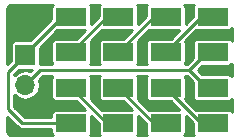
<source format=gtl>
G04 #@! TF.FileFunction,Copper,L1,Top,Signal*
%FSLAX46Y46*%
G04 Gerber Fmt 4.6, Leading zero omitted, Abs format (unit mm)*
G04 Created by KiCad (PCBNEW 4.0.6) date 07/26/17 22:27:42*
%MOMM*%
%LPD*%
G01*
G04 APERTURE LIST*
%ADD10C,0.100000*%
%ADD11R,2.600000X1.500000*%
%ADD12R,1.700000X1.700000*%
%ADD13O,1.700000X1.700000*%
%ADD14C,0.254000*%
G04 APERTURE END LIST*
D10*
D11*
X105900000Y-92500000D03*
X105900000Y-89500000D03*
X109900000Y-92500000D03*
X109900000Y-89500000D03*
X113900000Y-92500000D03*
X113900000Y-89500000D03*
X117900000Y-92500000D03*
X117900000Y-89500000D03*
X105900000Y-95500000D03*
X105900000Y-98500000D03*
X109900000Y-95500000D03*
X109900000Y-98500000D03*
X113900000Y-95500000D03*
X113900000Y-98500000D03*
X117900000Y-95500000D03*
X117900000Y-98500000D03*
D12*
X102000000Y-92730000D03*
D13*
X102000000Y-95270000D03*
D14*
X105900000Y-92500000D02*
X108900000Y-89500000D01*
X108900000Y-89500000D02*
X109900000Y-89500000D01*
X105900000Y-98500000D02*
X101740000Y-98500000D01*
X100560000Y-94170000D02*
X100560000Y-97320000D01*
X100560000Y-97320000D02*
X101740000Y-98500000D01*
X100560000Y-94170000D02*
X102000000Y-92730000D01*
X101900000Y-92730000D02*
X105130000Y-89500000D01*
X105130000Y-89500000D02*
X105900000Y-89500000D01*
X109900000Y-92500000D02*
X112900000Y-89500000D01*
X112900000Y-89500000D02*
X113900000Y-89500000D01*
X113900000Y-92500000D02*
X116900000Y-89500000D01*
X116900000Y-89500000D02*
X117900000Y-89500000D01*
X105900000Y-95500000D02*
X108900000Y-98500000D01*
X108900000Y-98500000D02*
X109900000Y-98500000D01*
X109900000Y-95500000D02*
X112900000Y-98500000D01*
X112900000Y-98500000D02*
X113900000Y-98500000D01*
X115900000Y-94000000D02*
X103270000Y-94000000D01*
X103270000Y-94000000D02*
X102000000Y-95270000D01*
X117400000Y-95500000D02*
X115900000Y-94000000D01*
X115900000Y-94000000D02*
X117400000Y-92500000D01*
X117400000Y-95500000D02*
X117900000Y-95500000D01*
X117900000Y-92500000D02*
X117400000Y-92500000D01*
X113900000Y-95500000D02*
X116900000Y-98500000D01*
X116900000Y-98500000D02*
X117900000Y-98500000D01*
G36*
X108211536Y-98529956D02*
X108211536Y-99250000D01*
X108238103Y-99391190D01*
X108320346Y-99519000D01*
X107477325Y-99519000D01*
X107557859Y-99401134D01*
X107588464Y-99250000D01*
X107588464Y-97906884D01*
X108211536Y-98529956D01*
X108211536Y-98529956D01*
G37*
X108211536Y-98529956D02*
X108211536Y-99250000D01*
X108238103Y-99391190D01*
X108320346Y-99519000D01*
X107477325Y-99519000D01*
X107557859Y-99401134D01*
X107588464Y-99250000D01*
X107588464Y-97906884D01*
X108211536Y-98529956D01*
G36*
X112211536Y-98529956D02*
X112211536Y-99250000D01*
X112238103Y-99391190D01*
X112320346Y-99519000D01*
X111477325Y-99519000D01*
X111557859Y-99401134D01*
X111588464Y-99250000D01*
X111588464Y-97906884D01*
X112211536Y-98529956D01*
X112211536Y-98529956D01*
G37*
X112211536Y-98529956D02*
X112211536Y-99250000D01*
X112238103Y-99391190D01*
X112320346Y-99519000D01*
X111477325Y-99519000D01*
X111557859Y-99401134D01*
X111588464Y-99250000D01*
X111588464Y-97906884D01*
X112211536Y-98529956D01*
G36*
X116211536Y-98529956D02*
X116211536Y-99250000D01*
X116238103Y-99391190D01*
X116320346Y-99519000D01*
X115477325Y-99519000D01*
X115557859Y-99401134D01*
X115588464Y-99250000D01*
X115588464Y-97906884D01*
X116211536Y-98529956D01*
X116211536Y-98529956D01*
G37*
X116211536Y-98529956D02*
X116211536Y-99250000D01*
X116238103Y-99391190D01*
X116320346Y-99519000D01*
X115477325Y-99519000D01*
X115557859Y-99401134D01*
X115588464Y-99250000D01*
X115588464Y-97906884D01*
X116211536Y-98529956D01*
G36*
X101380790Y-98859210D02*
X101545597Y-98969331D01*
X101740000Y-99008000D01*
X104211536Y-99008000D01*
X104211536Y-99250000D01*
X104238103Y-99391190D01*
X104320346Y-99519000D01*
X100847375Y-99519000D01*
X100681530Y-99486012D01*
X100581097Y-99418904D01*
X100513988Y-99318469D01*
X100481000Y-99152625D01*
X100481000Y-97959420D01*
X101380790Y-98859210D01*
X101380790Y-98859210D01*
G37*
X101380790Y-98859210D02*
X101545597Y-98969331D01*
X101740000Y-99008000D01*
X104211536Y-99008000D01*
X104211536Y-99250000D01*
X104238103Y-99391190D01*
X104320346Y-99519000D01*
X100847375Y-99519000D01*
X100681530Y-99486012D01*
X100581097Y-99418904D01*
X100513988Y-99318469D01*
X100481000Y-99152625D01*
X100481000Y-97959420D01*
X101380790Y-98859210D01*
G36*
X104242141Y-94598866D02*
X104211536Y-94750000D01*
X104211536Y-96250000D01*
X104238103Y-96391190D01*
X104321546Y-96520865D01*
X104448866Y-96607859D01*
X104600000Y-96638464D01*
X106320044Y-96638464D01*
X107043116Y-97361536D01*
X104600000Y-97361536D01*
X104458810Y-97388103D01*
X104329135Y-97471546D01*
X104242141Y-97598866D01*
X104211536Y-97750000D01*
X104211536Y-97992000D01*
X101950420Y-97992000D01*
X101068000Y-97109580D01*
X101068000Y-96084423D01*
X101105435Y-96140448D01*
X101504800Y-96407296D01*
X101975883Y-96501000D01*
X102024117Y-96501000D01*
X102495200Y-96407296D01*
X102894565Y-96140448D01*
X103161413Y-95741083D01*
X103255117Y-95270000D01*
X103166073Y-94822347D01*
X103480420Y-94508000D01*
X104304227Y-94508000D01*
X104242141Y-94598866D01*
X104242141Y-94598866D01*
G37*
X104242141Y-94598866D02*
X104211536Y-94750000D01*
X104211536Y-96250000D01*
X104238103Y-96391190D01*
X104321546Y-96520865D01*
X104448866Y-96607859D01*
X104600000Y-96638464D01*
X106320044Y-96638464D01*
X107043116Y-97361536D01*
X104600000Y-97361536D01*
X104458810Y-97388103D01*
X104329135Y-97471546D01*
X104242141Y-97598866D01*
X104211536Y-97750000D01*
X104211536Y-97992000D01*
X101950420Y-97992000D01*
X101068000Y-97109580D01*
X101068000Y-96084423D01*
X101105435Y-96140448D01*
X101504800Y-96407296D01*
X101975883Y-96501000D01*
X102024117Y-96501000D01*
X102495200Y-96407296D01*
X102894565Y-96140448D01*
X103161413Y-95741083D01*
X103255117Y-95270000D01*
X103166073Y-94822347D01*
X103480420Y-94508000D01*
X104304227Y-94508000D01*
X104242141Y-94598866D01*
G36*
X116211536Y-95029956D02*
X116211536Y-96250000D01*
X116238103Y-96391190D01*
X116321546Y-96520865D01*
X116448866Y-96607859D01*
X116600000Y-96638464D01*
X119200000Y-96638464D01*
X119341190Y-96611897D01*
X119470865Y-96528454D01*
X119519000Y-96458006D01*
X119519000Y-97542146D01*
X119478454Y-97479135D01*
X119351134Y-97392141D01*
X119200000Y-97361536D01*
X116600000Y-97361536D01*
X116498967Y-97380547D01*
X115542310Y-96423890D01*
X115557859Y-96401134D01*
X115588464Y-96250000D01*
X115588464Y-94750000D01*
X115561897Y-94608810D01*
X115497028Y-94508000D01*
X115689580Y-94508000D01*
X116211536Y-95029956D01*
X116211536Y-95029956D01*
G37*
X116211536Y-95029956D02*
X116211536Y-96250000D01*
X116238103Y-96391190D01*
X116321546Y-96520865D01*
X116448866Y-96607859D01*
X116600000Y-96638464D01*
X119200000Y-96638464D01*
X119341190Y-96611897D01*
X119470865Y-96528454D01*
X119519000Y-96458006D01*
X119519000Y-97542146D01*
X119478454Y-97479135D01*
X119351134Y-97392141D01*
X119200000Y-97361536D01*
X116600000Y-97361536D01*
X116498967Y-97380547D01*
X115542310Y-96423890D01*
X115557859Y-96401134D01*
X115588464Y-96250000D01*
X115588464Y-94750000D01*
X115561897Y-94608810D01*
X115497028Y-94508000D01*
X115689580Y-94508000D01*
X116211536Y-95029956D01*
G36*
X108242141Y-94598866D02*
X108211536Y-94750000D01*
X108211536Y-96250000D01*
X108238103Y-96391190D01*
X108321546Y-96520865D01*
X108448866Y-96607859D01*
X108600000Y-96638464D01*
X110320044Y-96638464D01*
X111043116Y-97361536D01*
X108600000Y-97361536D01*
X108498967Y-97380547D01*
X107542310Y-96423890D01*
X107557859Y-96401134D01*
X107588464Y-96250000D01*
X107588464Y-94750000D01*
X107561897Y-94608810D01*
X107497028Y-94508000D01*
X108304227Y-94508000D01*
X108242141Y-94598866D01*
X108242141Y-94598866D01*
G37*
X108242141Y-94598866D02*
X108211536Y-94750000D01*
X108211536Y-96250000D01*
X108238103Y-96391190D01*
X108321546Y-96520865D01*
X108448866Y-96607859D01*
X108600000Y-96638464D01*
X110320044Y-96638464D01*
X111043116Y-97361536D01*
X108600000Y-97361536D01*
X108498967Y-97380547D01*
X107542310Y-96423890D01*
X107557859Y-96401134D01*
X107588464Y-96250000D01*
X107588464Y-94750000D01*
X107561897Y-94608810D01*
X107497028Y-94508000D01*
X108304227Y-94508000D01*
X108242141Y-94598866D01*
G36*
X112242141Y-94598866D02*
X112211536Y-94750000D01*
X112211536Y-96250000D01*
X112238103Y-96391190D01*
X112321546Y-96520865D01*
X112448866Y-96607859D01*
X112600000Y-96638464D01*
X114320044Y-96638464D01*
X115043116Y-97361536D01*
X112600000Y-97361536D01*
X112498967Y-97380547D01*
X111542310Y-96423890D01*
X111557859Y-96401134D01*
X111588464Y-96250000D01*
X111588464Y-94750000D01*
X111561897Y-94608810D01*
X111497028Y-94508000D01*
X112304227Y-94508000D01*
X112242141Y-94598866D01*
X112242141Y-94598866D01*
G37*
X112242141Y-94598866D02*
X112211536Y-94750000D01*
X112211536Y-96250000D01*
X112238103Y-96391190D01*
X112321546Y-96520865D01*
X112448866Y-96607859D01*
X112600000Y-96638464D01*
X114320044Y-96638464D01*
X115043116Y-97361536D01*
X112600000Y-97361536D01*
X112498967Y-97380547D01*
X111542310Y-96423890D01*
X111557859Y-96401134D01*
X111588464Y-96250000D01*
X111588464Y-94750000D01*
X111561897Y-94608810D01*
X111497028Y-94508000D01*
X112304227Y-94508000D01*
X112242141Y-94598866D01*
G36*
X119519000Y-94542146D02*
X119478454Y-94479135D01*
X119351134Y-94392141D01*
X119200000Y-94361536D01*
X116979956Y-94361536D01*
X116618420Y-94000000D01*
X116979956Y-93638464D01*
X119200000Y-93638464D01*
X119341190Y-93611897D01*
X119470865Y-93528454D01*
X119519000Y-93458006D01*
X119519000Y-94542146D01*
X119519000Y-94542146D01*
G37*
X119519000Y-94542146D02*
X119478454Y-94479135D01*
X119351134Y-94392141D01*
X119200000Y-94361536D01*
X116979956Y-94361536D01*
X116618420Y-94000000D01*
X116979956Y-93638464D01*
X119200000Y-93638464D01*
X119341190Y-93611897D01*
X119470865Y-93528454D01*
X119519000Y-93458006D01*
X119519000Y-94542146D01*
G36*
X102431539Y-94120041D02*
X102024117Y-94039000D01*
X101975883Y-94039000D01*
X101504800Y-94132704D01*
X101105435Y-94399552D01*
X101068000Y-94455577D01*
X101068000Y-94380420D01*
X101479956Y-93968464D01*
X102583116Y-93968464D01*
X102431539Y-94120041D01*
X102431539Y-94120041D01*
G37*
X102431539Y-94120041D02*
X102024117Y-94039000D01*
X101975883Y-94039000D01*
X101504800Y-94132704D01*
X101105435Y-94399552D01*
X101068000Y-94455577D01*
X101068000Y-94380420D01*
X101479956Y-93968464D01*
X102583116Y-93968464D01*
X102431539Y-94120041D01*
G36*
X104242141Y-88598866D02*
X104211536Y-88750000D01*
X104211536Y-89700044D01*
X102420044Y-91491536D01*
X101150000Y-91491536D01*
X101008810Y-91518103D01*
X100879135Y-91601546D01*
X100792141Y-91728866D01*
X100761536Y-91880000D01*
X100761536Y-93250044D01*
X100481000Y-93530580D01*
X100481000Y-88847375D01*
X100513988Y-88681531D01*
X100581097Y-88581096D01*
X100681530Y-88513988D01*
X100847375Y-88481000D01*
X104322675Y-88481000D01*
X104242141Y-88598866D01*
X104242141Y-88598866D01*
G37*
X104242141Y-88598866D02*
X104211536Y-88750000D01*
X104211536Y-89700044D01*
X102420044Y-91491536D01*
X101150000Y-91491536D01*
X101008810Y-91518103D01*
X100879135Y-91601546D01*
X100792141Y-91728866D01*
X100761536Y-91880000D01*
X100761536Y-93250044D01*
X100481000Y-93530580D01*
X100481000Y-88847375D01*
X100513988Y-88681531D01*
X100581097Y-88581096D01*
X100681530Y-88513988D01*
X100847375Y-88481000D01*
X104322675Y-88481000D01*
X104242141Y-88598866D01*
G36*
X106320044Y-91361536D02*
X104600000Y-91361536D01*
X104458810Y-91388103D01*
X104329135Y-91471546D01*
X104242141Y-91598866D01*
X104211536Y-91750000D01*
X104211536Y-93250000D01*
X104238103Y-93391190D01*
X104302972Y-93492000D01*
X103270000Y-93492000D01*
X103238464Y-93498273D01*
X103238464Y-92109956D01*
X104709956Y-90638464D01*
X107043116Y-90638464D01*
X106320044Y-91361536D01*
X106320044Y-91361536D01*
G37*
X106320044Y-91361536D02*
X104600000Y-91361536D01*
X104458810Y-91388103D01*
X104329135Y-91471546D01*
X104242141Y-91598866D01*
X104211536Y-91750000D01*
X104211536Y-93250000D01*
X104238103Y-93391190D01*
X104302972Y-93492000D01*
X103270000Y-93492000D01*
X103238464Y-93498273D01*
X103238464Y-92109956D01*
X104709956Y-90638464D01*
X107043116Y-90638464D01*
X106320044Y-91361536D01*
G36*
X108600000Y-90638464D02*
X111043116Y-90638464D01*
X110320044Y-91361536D01*
X108600000Y-91361536D01*
X108458810Y-91388103D01*
X108329135Y-91471546D01*
X108242141Y-91598866D01*
X108211536Y-91750000D01*
X108211536Y-93250000D01*
X108238103Y-93391190D01*
X108302972Y-93492000D01*
X107495773Y-93492000D01*
X107557859Y-93401134D01*
X107588464Y-93250000D01*
X107588464Y-91750000D01*
X107561897Y-91608810D01*
X107541425Y-91576995D01*
X108500172Y-90618248D01*
X108600000Y-90638464D01*
X108600000Y-90638464D01*
G37*
X108600000Y-90638464D02*
X111043116Y-90638464D01*
X110320044Y-91361536D01*
X108600000Y-91361536D01*
X108458810Y-91388103D01*
X108329135Y-91471546D01*
X108242141Y-91598866D01*
X108211536Y-91750000D01*
X108211536Y-93250000D01*
X108238103Y-93391190D01*
X108302972Y-93492000D01*
X107495773Y-93492000D01*
X107557859Y-93401134D01*
X107588464Y-93250000D01*
X107588464Y-91750000D01*
X107561897Y-91608810D01*
X107541425Y-91576995D01*
X108500172Y-90618248D01*
X108600000Y-90638464D01*
G36*
X112600000Y-90638464D02*
X115043116Y-90638464D01*
X114320044Y-91361536D01*
X112600000Y-91361536D01*
X112458810Y-91388103D01*
X112329135Y-91471546D01*
X112242141Y-91598866D01*
X112211536Y-91750000D01*
X112211536Y-93250000D01*
X112238103Y-93391190D01*
X112302972Y-93492000D01*
X111495773Y-93492000D01*
X111557859Y-93401134D01*
X111588464Y-93250000D01*
X111588464Y-91750000D01*
X111561897Y-91608810D01*
X111541425Y-91576995D01*
X112500172Y-90618248D01*
X112600000Y-90638464D01*
X112600000Y-90638464D01*
G37*
X112600000Y-90638464D02*
X115043116Y-90638464D01*
X114320044Y-91361536D01*
X112600000Y-91361536D01*
X112458810Y-91388103D01*
X112329135Y-91471546D01*
X112242141Y-91598866D01*
X112211536Y-91750000D01*
X112211536Y-93250000D01*
X112238103Y-93391190D01*
X112302972Y-93492000D01*
X111495773Y-93492000D01*
X111557859Y-93401134D01*
X111588464Y-93250000D01*
X111588464Y-91750000D01*
X111561897Y-91608810D01*
X111541425Y-91576995D01*
X112500172Y-90618248D01*
X112600000Y-90638464D01*
G36*
X119519000Y-91542146D02*
X119478454Y-91479135D01*
X119351134Y-91392141D01*
X119200000Y-91361536D01*
X116600000Y-91361536D01*
X116458810Y-91388103D01*
X116329135Y-91471546D01*
X116242141Y-91598866D01*
X116211536Y-91750000D01*
X116211536Y-92970044D01*
X115689580Y-93492000D01*
X115495773Y-93492000D01*
X115557859Y-93401134D01*
X115588464Y-93250000D01*
X115588464Y-91750000D01*
X115561897Y-91608810D01*
X115541425Y-91576995D01*
X116500172Y-90618248D01*
X116600000Y-90638464D01*
X119200000Y-90638464D01*
X119341190Y-90611897D01*
X119470865Y-90528454D01*
X119519000Y-90458006D01*
X119519000Y-91542146D01*
X119519000Y-91542146D01*
G37*
X119519000Y-91542146D02*
X119478454Y-91479135D01*
X119351134Y-91392141D01*
X119200000Y-91361536D01*
X116600000Y-91361536D01*
X116458810Y-91388103D01*
X116329135Y-91471546D01*
X116242141Y-91598866D01*
X116211536Y-91750000D01*
X116211536Y-92970044D01*
X115689580Y-93492000D01*
X115495773Y-93492000D01*
X115557859Y-93401134D01*
X115588464Y-93250000D01*
X115588464Y-91750000D01*
X115561897Y-91608810D01*
X115541425Y-91576995D01*
X116500172Y-90618248D01*
X116600000Y-90638464D01*
X119200000Y-90638464D01*
X119341190Y-90611897D01*
X119470865Y-90528454D01*
X119519000Y-90458006D01*
X119519000Y-91542146D01*
G36*
X108242141Y-88598866D02*
X108211536Y-88750000D01*
X108211536Y-89470044D01*
X107588464Y-90093116D01*
X107588464Y-88750000D01*
X107561897Y-88608810D01*
X107479654Y-88481000D01*
X108322675Y-88481000D01*
X108242141Y-88598866D01*
X108242141Y-88598866D01*
G37*
X108242141Y-88598866D02*
X108211536Y-88750000D01*
X108211536Y-89470044D01*
X107588464Y-90093116D01*
X107588464Y-88750000D01*
X107561897Y-88608810D01*
X107479654Y-88481000D01*
X108322675Y-88481000D01*
X108242141Y-88598866D01*
G36*
X112242141Y-88598866D02*
X112211536Y-88750000D01*
X112211536Y-89470044D01*
X111588464Y-90093116D01*
X111588464Y-88750000D01*
X111561897Y-88608810D01*
X111479654Y-88481000D01*
X112322675Y-88481000D01*
X112242141Y-88598866D01*
X112242141Y-88598866D01*
G37*
X112242141Y-88598866D02*
X112211536Y-88750000D01*
X112211536Y-89470044D01*
X111588464Y-90093116D01*
X111588464Y-88750000D01*
X111561897Y-88608810D01*
X111479654Y-88481000D01*
X112322675Y-88481000D01*
X112242141Y-88598866D01*
G36*
X116242141Y-88598866D02*
X116211536Y-88750000D01*
X116211536Y-89470044D01*
X115588464Y-90093116D01*
X115588464Y-88750000D01*
X115561897Y-88608810D01*
X115479654Y-88481000D01*
X116322675Y-88481000D01*
X116242141Y-88598866D01*
X116242141Y-88598866D01*
G37*
X116242141Y-88598866D02*
X116211536Y-88750000D01*
X116211536Y-89470044D01*
X115588464Y-90093116D01*
X115588464Y-88750000D01*
X115561897Y-88608810D01*
X115479654Y-88481000D01*
X116322675Y-88481000D01*
X116242141Y-88598866D01*
M02*

</source>
